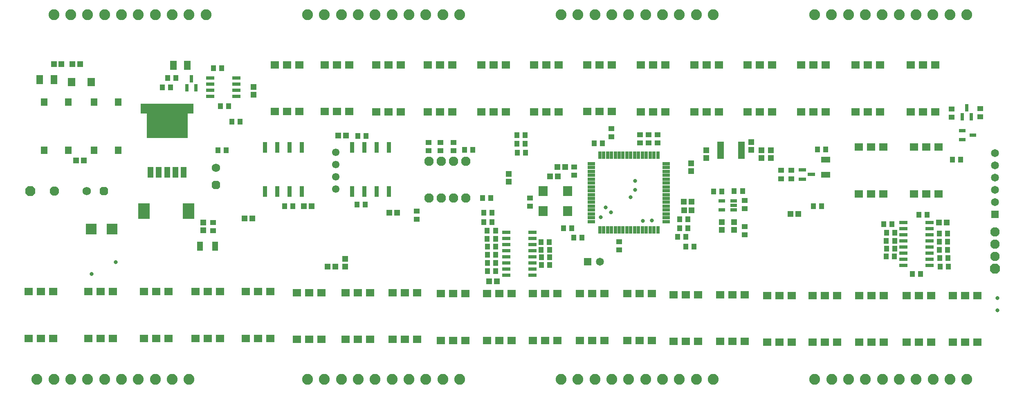
<source format=gts>
G04*
G04 #@! TF.GenerationSoftware,Altium Limited,Altium Designer,21.6.4 (81)*
G04*
G04 Layer_Color=8388736*
%FSLAX43Y43*%
%MOMM*%
G71*
G04*
G04 #@! TF.SameCoordinates,38FC9672-5BFE-4C4D-A481-017CD4E88717*
G04*
G04*
G04 #@! TF.FilePolarity,Negative*
G04*
G01*
G75*
%ADD19R,1.675X0.800*%
%ADD20R,0.750X1.650*%
%ADD21R,1.650X0.750*%
%ADD22R,1.050X1.150*%
%ADD23R,1.150X1.050*%
%ADD24R,1.150X1.150*%
%ADD25R,1.150X1.150*%
%ADD26R,1.750X1.650*%
%ADD27R,1.450X3.550*%
%ADD28R,1.650X0.750*%
%ADD29R,1.900X1.150*%
%ADD30R,1.350X0.750*%
%ADD31R,1.471X0.709*%
%ADD32R,1.471X0.658*%
%ADD33R,0.900X2.200*%
%ADD34R,1.678X0.800*%
%ADD35R,0.750X1.650*%
%ADD36R,1.450X1.950*%
%ADD37R,1.150X1.900*%
%ADD38R,2.200X2.200*%
%ADD39R,2.350X3.200*%
%ADD40R,1.170X2.310*%
%ADD41R,8.480X7.140*%
%ADD42R,1.385X2.060*%
%ADD43R,1.350X1.650*%
%ADD44R,1.550X1.790*%
%ADD45R,1.950X2.150*%
%ADD46R,1.650X1.650*%
%ADD47C,1.650*%
%ADD48C,1.950*%
G04:AMPARAMS|DCode=49|XSize=1.95mm|YSize=1.95mm|CornerRadius=0mm|HoleSize=0mm|Usage=FLASHONLY|Rotation=90.000|XOffset=0mm|YOffset=0mm|HoleType=Round|Shape=Octagon|*
%AMOCTAGOND49*
4,1,8,0.488,0.975,-0.488,0.975,-0.975,0.488,-0.975,-0.488,-0.488,-0.975,0.488,-0.975,0.975,-0.488,0.975,0.488,0.488,0.975,0.0*
%
%ADD49OCTAGOND49*%

%ADD50R,1.650X1.650*%
%ADD51C,1.550*%
G04:AMPARAMS|DCode=52|XSize=1.75mm|YSize=1.75mm|CornerRadius=0mm|HoleSize=0mm|Usage=FLASHONLY|Rotation=90.000|XOffset=0mm|YOffset=0mm|HoleType=Round|Shape=Octagon|*
%AMOCTAGOND52*
4,1,8,0.438,0.875,-0.438,0.875,-0.875,0.438,-0.875,-0.438,-0.438,-0.875,0.438,-0.875,0.875,-0.438,0.875,0.438,0.438,0.875,0.0*
%
%ADD52OCTAGOND52*%

%ADD53C,1.750*%
G04:AMPARAMS|DCode=54|XSize=1.75mm|YSize=1.75mm|CornerRadius=0mm|HoleSize=0mm|Usage=FLASHONLY|Rotation=180.000|XOffset=0mm|YOffset=0mm|HoleType=Round|Shape=Octagon|*
%AMOCTAGOND54*
4,1,8,-0.875,0.438,-0.875,-0.438,-0.438,-0.875,0.438,-0.875,0.875,-0.438,0.875,0.438,0.438,0.875,-0.438,0.875,-0.875,0.438,0.0*
%
%ADD54OCTAGOND54*%

G04:AMPARAMS|DCode=55|XSize=1.95mm|YSize=1.95mm|CornerRadius=0mm|HoleSize=0mm|Usage=FLASHONLY|Rotation=0.000|XOffset=0mm|YOffset=0mm|HoleType=Round|Shape=Octagon|*
%AMOCTAGOND55*
4,1,8,0.975,-0.488,0.975,0.488,0.488,0.975,-0.488,0.975,-0.975,0.488,-0.975,-0.488,-0.488,-0.975,0.488,-0.975,0.975,-0.488,0.0*
%
%ADD55OCTAGOND55*%

%ADD56C,2.250*%
%ADD57C,0.800*%
D19*
X190974Y38180D02*
D03*
Y36910D02*
D03*
Y35640D02*
D03*
Y34370D02*
D03*
Y33100D02*
D03*
Y31830D02*
D03*
Y30560D02*
D03*
Y29290D02*
D03*
X185550D02*
D03*
Y30560D02*
D03*
Y31830D02*
D03*
Y33100D02*
D03*
Y34370D02*
D03*
Y35640D02*
D03*
Y36910D02*
D03*
Y38180D02*
D03*
X103381Y27290D02*
D03*
Y28560D02*
D03*
Y29830D02*
D03*
Y31100D02*
D03*
Y32370D02*
D03*
Y33640D02*
D03*
Y34910D02*
D03*
Y36180D02*
D03*
X108805D02*
D03*
Y34910D02*
D03*
Y33640D02*
D03*
Y32370D02*
D03*
Y31100D02*
D03*
Y29830D02*
D03*
Y28560D02*
D03*
Y27290D02*
D03*
D20*
X134725Y52132D02*
D03*
X133925D02*
D03*
X133125D02*
D03*
X132325D02*
D03*
X131525D02*
D03*
X130725D02*
D03*
X129925D02*
D03*
X129125D02*
D03*
X128325D02*
D03*
X127525D02*
D03*
X126725D02*
D03*
X125925D02*
D03*
X125125D02*
D03*
X124325D02*
D03*
X123525D02*
D03*
X122725D02*
D03*
Y36632D02*
D03*
X123525D02*
D03*
X124325D02*
D03*
X125125D02*
D03*
X125925D02*
D03*
X126725D02*
D03*
X127525D02*
D03*
X128325D02*
D03*
X129125D02*
D03*
X129925D02*
D03*
X130725D02*
D03*
X131525D02*
D03*
X132325D02*
D03*
X133125D02*
D03*
X133925D02*
D03*
X134725D02*
D03*
D21*
X120975Y50382D02*
D03*
Y49582D02*
D03*
Y48782D02*
D03*
Y47982D02*
D03*
Y47182D02*
D03*
Y46382D02*
D03*
Y45582D02*
D03*
Y44782D02*
D03*
Y43982D02*
D03*
Y43182D02*
D03*
Y42382D02*
D03*
Y41582D02*
D03*
Y40782D02*
D03*
Y39982D02*
D03*
Y39182D02*
D03*
Y38382D02*
D03*
X136475D02*
D03*
Y39182D02*
D03*
Y39982D02*
D03*
Y40782D02*
D03*
Y41582D02*
D03*
Y42382D02*
D03*
Y43182D02*
D03*
Y43982D02*
D03*
Y44782D02*
D03*
Y45582D02*
D03*
Y46382D02*
D03*
Y47182D02*
D03*
Y47982D02*
D03*
Y48782D02*
D03*
Y49582D02*
D03*
Y50382D02*
D03*
D22*
X99438Y29827D02*
D03*
X101138D02*
D03*
X183160Y37836D02*
D03*
X181460D02*
D03*
X166906Y41588D02*
D03*
X168606D02*
D03*
X43633Y53176D02*
D03*
X45333D02*
D03*
X188762Y39797D02*
D03*
X190462D02*
D03*
X140529Y33214D02*
D03*
X142229D02*
D03*
X187408Y27547D02*
D03*
X189108D02*
D03*
X193083Y30779D02*
D03*
X194783D02*
D03*
X193040Y32501D02*
D03*
X194740D02*
D03*
X193018Y34170D02*
D03*
X194718D02*
D03*
X183759Y32778D02*
D03*
X182059D02*
D03*
X183779Y36041D02*
D03*
X182079D02*
D03*
X183745Y34406D02*
D03*
X182045D02*
D03*
X192986Y35871D02*
D03*
X194686D02*
D03*
X193159Y29078D02*
D03*
X194859D02*
D03*
X183740Y31165D02*
D03*
X182040D02*
D03*
X101136Y33158D02*
D03*
X99436D02*
D03*
X101116Y36510D02*
D03*
X99416D02*
D03*
X110586Y32552D02*
D03*
X112286D02*
D03*
X110598Y29364D02*
D03*
X112298D02*
D03*
X110580Y34160D02*
D03*
X112280D02*
D03*
X101136Y31503D02*
D03*
X99436D02*
D03*
X101116Y34834D02*
D03*
X99416D02*
D03*
X110597Y30961D02*
D03*
X112297D02*
D03*
X101188Y28125D02*
D03*
X99488D02*
D03*
X169455Y53337D02*
D03*
X167755D02*
D03*
X147951Y44632D02*
D03*
X146251D02*
D03*
X150552Y44689D02*
D03*
X152252D02*
D03*
X140978Y38860D02*
D03*
X139278D02*
D03*
X140986Y37022D02*
D03*
X139286D02*
D03*
X140511Y35185D02*
D03*
X138811D02*
D03*
X98688Y38238D02*
D03*
X100388D02*
D03*
X98683Y40207D02*
D03*
X100383D02*
D03*
X119046Y35068D02*
D03*
X117346D02*
D03*
X116938Y36994D02*
D03*
X115238D02*
D03*
X123242Y54618D02*
D03*
X121542D02*
D03*
X105619Y52660D02*
D03*
X107319D02*
D03*
X105578Y54490D02*
D03*
X107278D02*
D03*
X105575Y56309D02*
D03*
X107275D02*
D03*
X100126Y43267D02*
D03*
X98426D02*
D03*
X94721Y53226D02*
D03*
X96421D02*
D03*
X197440Y51264D02*
D03*
X195740D02*
D03*
X72411Y41918D02*
D03*
X74111D02*
D03*
X72600Y56145D02*
D03*
X74300D02*
D03*
X59195Y41587D02*
D03*
X57495D02*
D03*
X46556Y59099D02*
D03*
X48256D02*
D03*
X44184Y62287D02*
D03*
X45884D02*
D03*
X44452Y70217D02*
D03*
X42752D02*
D03*
X33859Y66234D02*
D03*
X32159D02*
D03*
X34924Y68196D02*
D03*
X33224D02*
D03*
D23*
X84830Y38852D02*
D03*
Y40552D02*
D03*
X125126Y57627D02*
D03*
Y55927D02*
D03*
X152718Y37369D02*
D03*
Y35669D02*
D03*
X160252Y47282D02*
D03*
Y48982D02*
D03*
X162392Y47282D02*
D03*
Y48982D02*
D03*
X126704Y32495D02*
D03*
Y34195D02*
D03*
X152718Y41100D02*
D03*
Y42800D02*
D03*
X117400Y49697D02*
D03*
Y47997D02*
D03*
X131051Y54659D02*
D03*
Y56359D02*
D03*
X132813Y54677D02*
D03*
Y56377D02*
D03*
X134671Y56420D02*
D03*
Y54720D02*
D03*
X108232Y41579D02*
D03*
Y43279D02*
D03*
X87274Y53065D02*
D03*
Y54765D02*
D03*
X89725Y53058D02*
D03*
Y54758D02*
D03*
X195528Y59993D02*
D03*
Y61693D02*
D03*
X201479Y61786D02*
D03*
Y60086D02*
D03*
X42619Y38226D02*
D03*
Y36526D02*
D03*
X92415Y54790D02*
D03*
Y53090D02*
D03*
D24*
X66365Y29021D02*
D03*
X67965D02*
D03*
X194550Y38204D02*
D03*
X192950D02*
D03*
X162164Y39934D02*
D03*
X163764D02*
D03*
X99822Y25982D02*
D03*
X101422D02*
D03*
X79144Y40207D02*
D03*
X80744D02*
D03*
X49172Y39005D02*
D03*
X50772D02*
D03*
X140144Y40759D02*
D03*
X141744D02*
D03*
X113973Y49683D02*
D03*
X115573D02*
D03*
X140125Y42535D02*
D03*
X141725D02*
D03*
X114035Y47737D02*
D03*
X112435D02*
D03*
X68527Y56196D02*
D03*
X70127D02*
D03*
X61457Y41587D02*
D03*
X63057D02*
D03*
X15886Y51090D02*
D03*
X14286D02*
D03*
X15147Y71047D02*
D03*
X13547D02*
D03*
X9676Y71047D02*
D03*
X11276D02*
D03*
D25*
X70030Y30620D02*
D03*
Y29020D02*
D03*
X158091Y53138D02*
D03*
Y51538D02*
D03*
X156189Y53155D02*
D03*
Y51555D02*
D03*
X154053Y54854D02*
D03*
Y53254D02*
D03*
X141636Y48832D02*
D03*
Y50432D02*
D03*
X144723Y51555D02*
D03*
Y53155D02*
D03*
X150533Y36697D02*
D03*
Y38297D02*
D03*
X147996Y36697D02*
D03*
Y38297D02*
D03*
X103900Y46656D02*
D03*
Y48256D02*
D03*
X51000Y66300D02*
D03*
Y64700D02*
D03*
X40582Y38205D02*
D03*
Y36605D02*
D03*
D26*
X195801Y23045D02*
D03*
X198341D02*
D03*
X200881D02*
D03*
Y13345D02*
D03*
X198341D02*
D03*
X195801D02*
D03*
X186237Y23045D02*
D03*
X188777D02*
D03*
X191317D02*
D03*
Y13345D02*
D03*
X188777D02*
D03*
X186237D02*
D03*
X176443Y23045D02*
D03*
X178983D02*
D03*
X181523D02*
D03*
Y13345D02*
D03*
X178983D02*
D03*
X176443D02*
D03*
X166799Y23045D02*
D03*
X169339D02*
D03*
X171879D02*
D03*
Y13345D02*
D03*
X169339D02*
D03*
X166799D02*
D03*
X157406Y23045D02*
D03*
X159946D02*
D03*
X162486D02*
D03*
Y13345D02*
D03*
X159946D02*
D03*
X157406D02*
D03*
X147598Y23213D02*
D03*
X150138D02*
D03*
X152678D02*
D03*
Y13513D02*
D03*
X150138D02*
D03*
X147598D02*
D03*
X137957Y23213D02*
D03*
X140497D02*
D03*
X143037D02*
D03*
Y13513D02*
D03*
X140497D02*
D03*
X137957D02*
D03*
X128381Y23428D02*
D03*
X130921D02*
D03*
X133461D02*
D03*
Y13728D02*
D03*
X130921D02*
D03*
X128381D02*
D03*
X118580Y23428D02*
D03*
X121120D02*
D03*
X123660D02*
D03*
Y13728D02*
D03*
X121120D02*
D03*
X118580D02*
D03*
X108877Y23428D02*
D03*
X111417D02*
D03*
X113957D02*
D03*
Y13728D02*
D03*
X111417D02*
D03*
X108877D02*
D03*
X99378Y23428D02*
D03*
X101918D02*
D03*
X104458D02*
D03*
Y13728D02*
D03*
X101918D02*
D03*
X99378D02*
D03*
X89771Y23428D02*
D03*
X92311D02*
D03*
X94851D02*
D03*
Y13728D02*
D03*
X92311D02*
D03*
X89771D02*
D03*
X79789Y23644D02*
D03*
X82329D02*
D03*
X84869D02*
D03*
Y13944D02*
D03*
X82329D02*
D03*
X79789D02*
D03*
X70043Y23644D02*
D03*
X72583D02*
D03*
X75123D02*
D03*
Y13944D02*
D03*
X72583D02*
D03*
X70043D02*
D03*
X59962Y23644D02*
D03*
X62502D02*
D03*
X65042D02*
D03*
Y13944D02*
D03*
X62502D02*
D03*
X59962D02*
D03*
X49460Y23850D02*
D03*
X52000D02*
D03*
X54540D02*
D03*
Y14150D02*
D03*
X52000D02*
D03*
X49460D02*
D03*
X38976Y23850D02*
D03*
X41516D02*
D03*
X44056D02*
D03*
Y14150D02*
D03*
X41516D02*
D03*
X38976D02*
D03*
X16846Y23850D02*
D03*
X19386D02*
D03*
X21926D02*
D03*
Y14150D02*
D03*
X19386D02*
D03*
X16846D02*
D03*
X4460Y23850D02*
D03*
X7000D02*
D03*
X9540D02*
D03*
Y14150D02*
D03*
X7000D02*
D03*
X4460D02*
D03*
X192830Y44116D02*
D03*
X190290D02*
D03*
X187750D02*
D03*
Y53816D02*
D03*
X190290D02*
D03*
X192830D02*
D03*
X181387Y44116D02*
D03*
X178847D02*
D03*
X176307D02*
D03*
Y53816D02*
D03*
X178847D02*
D03*
X181387D02*
D03*
X192155Y61150D02*
D03*
X189615D02*
D03*
X187075D02*
D03*
Y70850D02*
D03*
X189615D02*
D03*
X192155D02*
D03*
X180718Y61150D02*
D03*
X178178D02*
D03*
X175638D02*
D03*
Y70850D02*
D03*
X178178D02*
D03*
X180718D02*
D03*
X169481Y61150D02*
D03*
X166941D02*
D03*
X164401D02*
D03*
Y70850D02*
D03*
X166941D02*
D03*
X169481D02*
D03*
X158417Y61150D02*
D03*
X155877D02*
D03*
X153337D02*
D03*
Y70850D02*
D03*
X155877D02*
D03*
X158417D02*
D03*
X28368Y23850D02*
D03*
X30908D02*
D03*
X33448D02*
D03*
Y14150D02*
D03*
X30908D02*
D03*
X28368D02*
D03*
X147361Y61150D02*
D03*
X144821D02*
D03*
X142281D02*
D03*
Y70850D02*
D03*
X144821D02*
D03*
X147361D02*
D03*
X136313Y61150D02*
D03*
X133773D02*
D03*
X131233D02*
D03*
Y70850D02*
D03*
X133773D02*
D03*
X136313D02*
D03*
X125201Y61201D02*
D03*
X122661D02*
D03*
X120121D02*
D03*
Y70901D02*
D03*
X122661D02*
D03*
X125201D02*
D03*
X114155Y61150D02*
D03*
X111615D02*
D03*
X109075D02*
D03*
Y70850D02*
D03*
X111615D02*
D03*
X114155D02*
D03*
X103255Y61150D02*
D03*
X100715D02*
D03*
X98175D02*
D03*
Y70850D02*
D03*
X100715D02*
D03*
X103255D02*
D03*
X92160D02*
D03*
X89620D02*
D03*
X87080D02*
D03*
Y61150D02*
D03*
X89620D02*
D03*
X92160D02*
D03*
X81540Y70850D02*
D03*
X79000D02*
D03*
X76460D02*
D03*
Y61150D02*
D03*
X79000D02*
D03*
X81540D02*
D03*
X70859Y70889D02*
D03*
X68319D02*
D03*
X65779D02*
D03*
Y61189D02*
D03*
X68319D02*
D03*
X70859D02*
D03*
X60478Y70889D02*
D03*
X57938D02*
D03*
X55398D02*
D03*
Y61189D02*
D03*
X57938D02*
D03*
X60478D02*
D03*
D27*
X147752Y53197D02*
D03*
X152052D02*
D03*
D28*
X166520Y48141D02*
D03*
X164620Y47191D02*
D03*
Y49091D02*
D03*
D29*
X169458Y51186D02*
D03*
Y48086D02*
D03*
D30*
X147958Y40809D02*
D03*
Y42709D02*
D03*
X150458D02*
D03*
Y41759D02*
D03*
Y40809D02*
D03*
D31*
X197799Y57274D02*
D03*
Y55394D02*
D03*
D32*
X199983Y56334D02*
D03*
D33*
X71448Y53748D02*
D03*
X73988D02*
D03*
X76528D02*
D03*
X79068D02*
D03*
Y44598D02*
D03*
X76528D02*
D03*
X73988D02*
D03*
X71448D02*
D03*
X61022D02*
D03*
X58482D02*
D03*
X55942D02*
D03*
X53402D02*
D03*
Y53748D02*
D03*
X55942D02*
D03*
X58482D02*
D03*
X61022D02*
D03*
D34*
X42067Y64316D02*
D03*
Y65586D02*
D03*
Y66856D02*
D03*
Y68126D02*
D03*
X47489D02*
D03*
Y66856D02*
D03*
Y65586D02*
D03*
Y64316D02*
D03*
D35*
X37201Y66099D02*
D03*
X39101D02*
D03*
X38151Y67999D02*
D03*
X197730Y60106D02*
D03*
X199630D02*
D03*
X198680Y62006D02*
D03*
D36*
X34418Y70755D02*
D03*
X37318D02*
D03*
X9678Y67838D02*
D03*
X6778D02*
D03*
D37*
X39966Y33265D02*
D03*
X43066D02*
D03*
D38*
X17420Y36865D02*
D03*
X21720D02*
D03*
D39*
X37598Y40559D02*
D03*
X28298D02*
D03*
D40*
X29726Y48561D02*
D03*
X31426D02*
D03*
X33126D02*
D03*
X34826D02*
D03*
X36526D02*
D03*
D41*
X33126Y59236D02*
D03*
D42*
X37909Y61776D02*
D03*
X28344D02*
D03*
D43*
X17982Y63201D02*
D03*
Y53201D02*
D03*
X22982Y63201D02*
D03*
Y53201D02*
D03*
X7645Y63201D02*
D03*
Y53201D02*
D03*
X12645Y63201D02*
D03*
Y53201D02*
D03*
D44*
X17412Y67313D02*
D03*
X13382D02*
D03*
D45*
X110959Y40535D02*
D03*
X116039D02*
D03*
Y44735D02*
D03*
X110959D02*
D03*
D46*
X120198Y30056D02*
D03*
D47*
X122738D02*
D03*
X204546Y52604D02*
D03*
Y50064D02*
D03*
Y47524D02*
D03*
Y44984D02*
D03*
Y42444D02*
D03*
D48*
X204541Y36259D02*
D03*
Y33719D02*
D03*
Y31179D02*
D03*
X94932Y50920D02*
D03*
X92392D02*
D03*
X89852D02*
D03*
X87312D02*
D03*
Y43300D02*
D03*
X89852D02*
D03*
X92392D02*
D03*
X94932D02*
D03*
X9808Y44725D02*
D03*
D49*
X204541Y28639D02*
D03*
D50*
X204546Y39904D02*
D03*
D51*
X68008Y45148D02*
D03*
Y47688D02*
D03*
Y50228D02*
D03*
Y52768D02*
D03*
D52*
X43238Y45994D02*
D03*
D53*
Y49494D02*
D03*
X16506Y44725D02*
D03*
D54*
X20006D02*
D03*
D55*
X4808D02*
D03*
D56*
X198707Y5698D02*
D03*
X177707D02*
D03*
X188207D02*
D03*
X195207D02*
D03*
X191707D02*
D03*
X184707D02*
D03*
X181207D02*
D03*
X174207D02*
D03*
X170707D02*
D03*
X167207D02*
D03*
X146207D02*
D03*
X125207D02*
D03*
X135707D02*
D03*
X142707D02*
D03*
X139207D02*
D03*
X132207D02*
D03*
X128707D02*
D03*
X121707D02*
D03*
X118207D02*
D03*
X114707D02*
D03*
X93707D02*
D03*
X72707D02*
D03*
X83207D02*
D03*
X90207D02*
D03*
X86707D02*
D03*
X79707D02*
D03*
X76207D02*
D03*
X69207D02*
D03*
X65707D02*
D03*
X62207D02*
D03*
X37693D02*
D03*
X16693D02*
D03*
X27193D02*
D03*
X34193D02*
D03*
X30693D02*
D03*
X23693D02*
D03*
X20193D02*
D03*
X13193D02*
D03*
X9693D02*
D03*
X6193D02*
D03*
X167193Y81301D02*
D03*
X188193D02*
D03*
X177693D02*
D03*
X170693D02*
D03*
X174193D02*
D03*
X181193D02*
D03*
X184693D02*
D03*
X191693D02*
D03*
X195193D02*
D03*
X198693D02*
D03*
X114693D02*
D03*
X135693D02*
D03*
X125193D02*
D03*
X118193D02*
D03*
X121693D02*
D03*
X128693D02*
D03*
X132193D02*
D03*
X139193D02*
D03*
X142693D02*
D03*
X146193D02*
D03*
X62193D02*
D03*
X83193D02*
D03*
X72693D02*
D03*
X65693D02*
D03*
X69193D02*
D03*
X76193D02*
D03*
X79693D02*
D03*
X86693D02*
D03*
X90193D02*
D03*
X93693D02*
D03*
X9693D02*
D03*
X30693D02*
D03*
X20193D02*
D03*
X13193D02*
D03*
X16693D02*
D03*
X23693D02*
D03*
X27193D02*
D03*
X34193D02*
D03*
X37693D02*
D03*
X41193D02*
D03*
D57*
X123905Y41337D02*
D03*
X125000Y40300D02*
D03*
X122900Y39300D02*
D03*
X133484Y38600D02*
D03*
X131628Y38491D02*
D03*
X129130Y43399D02*
D03*
X205000Y20000D02*
D03*
Y22500D02*
D03*
X130000Y46857D02*
D03*
Y45000D02*
D03*
X17500Y27500D02*
D03*
X22500Y30000D02*
D03*
M02*

</source>
